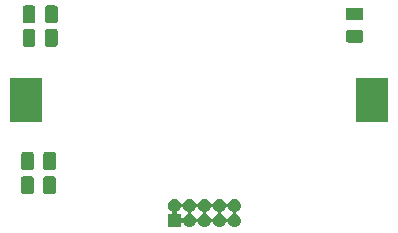
<source format=gbs>
G04 #@! TF.GenerationSoftware,KiCad,Pcbnew,5.0.2-bee76a0~70~ubuntu18.04.1*
G04 #@! TF.CreationDate,2020-01-17T08:49:31+02:00*
G04 #@! TF.ProjectId,nanoSense-Motion,4b656d65-742d-4424-9c45-2e6b69636164,rev?*
G04 #@! TF.SameCoordinates,Original*
G04 #@! TF.FileFunction,Soldermask,Bot*
G04 #@! TF.FilePolarity,Negative*
%FSLAX46Y46*%
G04 Gerber Fmt 4.6, Leading zero omitted, Abs format (unit mm)*
G04 Created by KiCad (PCBNEW 5.0.2-bee76a0~70~ubuntu18.04.1) date Fri 17 Jan 2020 08:49:31 AM EET*
%MOMM*%
%LPD*%
G01*
G04 APERTURE LIST*
%ADD10C,0.100000*%
G04 APERTURE END LIST*
D10*
G36*
X155068015Y-51966973D02*
X155171879Y-51998479D01*
X155267600Y-52049644D01*
X155351501Y-52118499D01*
X155420356Y-52202400D01*
X155471521Y-52298121D01*
X155475383Y-52310854D01*
X155484760Y-52333493D01*
X155498374Y-52353867D01*
X155515701Y-52371194D01*
X155536076Y-52384808D01*
X155558715Y-52394186D01*
X155582748Y-52398966D01*
X155607252Y-52398966D01*
X155631286Y-52394185D01*
X155653925Y-52384808D01*
X155674299Y-52371194D01*
X155691626Y-52353867D01*
X155705240Y-52333492D01*
X155714617Y-52310854D01*
X155718479Y-52298121D01*
X155769644Y-52202400D01*
X155838499Y-52118499D01*
X155922400Y-52049644D01*
X156018121Y-51998479D01*
X156121985Y-51966973D01*
X156202933Y-51959000D01*
X156257067Y-51959000D01*
X156338015Y-51966973D01*
X156441879Y-51998479D01*
X156537600Y-52049644D01*
X156621501Y-52118499D01*
X156690356Y-52202400D01*
X156741521Y-52298121D01*
X156745383Y-52310854D01*
X156754760Y-52333493D01*
X156768374Y-52353867D01*
X156785701Y-52371194D01*
X156806076Y-52384808D01*
X156828715Y-52394186D01*
X156852748Y-52398966D01*
X156877252Y-52398966D01*
X156901286Y-52394185D01*
X156923925Y-52384808D01*
X156944299Y-52371194D01*
X156961626Y-52353867D01*
X156975240Y-52333492D01*
X156984617Y-52310854D01*
X156988479Y-52298121D01*
X157039644Y-52202400D01*
X157108499Y-52118499D01*
X157192400Y-52049644D01*
X157288121Y-51998479D01*
X157391985Y-51966973D01*
X157472933Y-51959000D01*
X157527067Y-51959000D01*
X157608015Y-51966973D01*
X157711879Y-51998479D01*
X157807600Y-52049644D01*
X157891501Y-52118499D01*
X157960356Y-52202400D01*
X158011521Y-52298121D01*
X158015383Y-52310854D01*
X158024760Y-52333493D01*
X158038374Y-52353867D01*
X158055701Y-52371194D01*
X158076076Y-52384808D01*
X158098715Y-52394186D01*
X158122748Y-52398966D01*
X158147252Y-52398966D01*
X158171286Y-52394185D01*
X158193925Y-52384808D01*
X158214299Y-52371194D01*
X158231626Y-52353867D01*
X158245240Y-52333492D01*
X158254617Y-52310854D01*
X158258479Y-52298121D01*
X158309644Y-52202400D01*
X158378499Y-52118499D01*
X158462400Y-52049644D01*
X158558121Y-51998479D01*
X158661985Y-51966973D01*
X158742933Y-51959000D01*
X158797067Y-51959000D01*
X158878015Y-51966973D01*
X158981879Y-51998479D01*
X159077600Y-52049644D01*
X159161501Y-52118499D01*
X159230356Y-52202400D01*
X159281521Y-52298121D01*
X159285383Y-52310854D01*
X159294760Y-52333493D01*
X159308374Y-52353867D01*
X159325701Y-52371194D01*
X159346076Y-52384808D01*
X159368715Y-52394186D01*
X159392748Y-52398966D01*
X159417252Y-52398966D01*
X159441286Y-52394185D01*
X159463925Y-52384808D01*
X159484299Y-52371194D01*
X159501626Y-52353867D01*
X159515240Y-52333492D01*
X159524617Y-52310854D01*
X159528479Y-52298121D01*
X159579644Y-52202400D01*
X159648499Y-52118499D01*
X159732400Y-52049644D01*
X159828121Y-51998479D01*
X159931985Y-51966973D01*
X160012933Y-51959000D01*
X160067067Y-51959000D01*
X160148015Y-51966973D01*
X160251879Y-51998479D01*
X160347600Y-52049644D01*
X160431501Y-52118499D01*
X160500356Y-52202400D01*
X160551521Y-52298121D01*
X160583027Y-52401985D01*
X160593666Y-52510000D01*
X160583027Y-52618015D01*
X160551521Y-52721879D01*
X160500356Y-52817600D01*
X160431501Y-52901501D01*
X160347600Y-52970356D01*
X160251879Y-53021521D01*
X160239142Y-53025385D01*
X160216507Y-53034760D01*
X160196133Y-53048374D01*
X160178806Y-53065701D01*
X160165192Y-53086076D01*
X160155814Y-53108715D01*
X160151034Y-53132748D01*
X160151034Y-53157252D01*
X160155815Y-53181286D01*
X160165192Y-53203925D01*
X160178806Y-53224299D01*
X160196133Y-53241626D01*
X160216508Y-53255240D01*
X160239142Y-53264615D01*
X160251879Y-53268479D01*
X160347600Y-53319644D01*
X160431501Y-53388499D01*
X160500356Y-53472400D01*
X160551521Y-53568121D01*
X160583027Y-53671985D01*
X160593666Y-53780000D01*
X160583027Y-53888015D01*
X160551521Y-53991879D01*
X160500356Y-54087600D01*
X160431501Y-54171501D01*
X160347600Y-54240356D01*
X160251879Y-54291521D01*
X160148015Y-54323027D01*
X160067067Y-54331000D01*
X160012933Y-54331000D01*
X159931985Y-54323027D01*
X159828121Y-54291521D01*
X159732400Y-54240356D01*
X159648499Y-54171501D01*
X159579644Y-54087600D01*
X159528479Y-53991879D01*
X159524615Y-53979142D01*
X159515240Y-53956507D01*
X159501626Y-53936133D01*
X159484299Y-53918806D01*
X159463924Y-53905192D01*
X159441285Y-53895814D01*
X159417252Y-53891034D01*
X159392748Y-53891034D01*
X159368714Y-53895815D01*
X159346075Y-53905192D01*
X159325701Y-53918806D01*
X159308374Y-53936133D01*
X159294760Y-53956508D01*
X159285385Y-53979142D01*
X159281521Y-53991879D01*
X159230356Y-54087600D01*
X159161501Y-54171501D01*
X159077600Y-54240356D01*
X158981879Y-54291521D01*
X158878015Y-54323027D01*
X158797067Y-54331000D01*
X158742933Y-54331000D01*
X158661985Y-54323027D01*
X158558121Y-54291521D01*
X158462400Y-54240356D01*
X158378499Y-54171501D01*
X158309644Y-54087600D01*
X158258479Y-53991879D01*
X158254615Y-53979142D01*
X158245240Y-53956507D01*
X158231626Y-53936133D01*
X158214299Y-53918806D01*
X158193924Y-53905192D01*
X158171285Y-53895814D01*
X158147252Y-53891034D01*
X158122748Y-53891034D01*
X158098714Y-53895815D01*
X158076075Y-53905192D01*
X158055701Y-53918806D01*
X158038374Y-53936133D01*
X158024760Y-53956508D01*
X158015385Y-53979142D01*
X158011521Y-53991879D01*
X157960356Y-54087600D01*
X157891501Y-54171501D01*
X157807600Y-54240356D01*
X157711879Y-54291521D01*
X157608015Y-54323027D01*
X157527067Y-54331000D01*
X157472933Y-54331000D01*
X157391985Y-54323027D01*
X157288121Y-54291521D01*
X157192400Y-54240356D01*
X157108499Y-54171501D01*
X157039644Y-54087600D01*
X156988479Y-53991879D01*
X156984615Y-53979142D01*
X156975240Y-53956507D01*
X156961626Y-53936133D01*
X156944299Y-53918806D01*
X156923924Y-53905192D01*
X156901285Y-53895814D01*
X156877252Y-53891034D01*
X156852748Y-53891034D01*
X156828714Y-53895815D01*
X156806075Y-53905192D01*
X156785701Y-53918806D01*
X156768374Y-53936133D01*
X156754760Y-53956508D01*
X156745385Y-53979142D01*
X156741521Y-53991879D01*
X156690356Y-54087600D01*
X156621501Y-54171501D01*
X156537600Y-54240356D01*
X156441879Y-54291521D01*
X156338015Y-54323027D01*
X156257067Y-54331000D01*
X156202933Y-54331000D01*
X156121985Y-54323027D01*
X156018121Y-54291521D01*
X155922400Y-54240356D01*
X155838499Y-54171501D01*
X155769644Y-54087600D01*
X155746234Y-54043805D01*
X155732626Y-54023439D01*
X155715299Y-54006111D01*
X155694924Y-53992498D01*
X155672285Y-53983120D01*
X155648252Y-53978340D01*
X155623748Y-53978340D01*
X155599714Y-53983121D01*
X155577075Y-53992498D01*
X155556701Y-54006112D01*
X155539373Y-54023439D01*
X155525760Y-54043814D01*
X155516382Y-54066453D01*
X155511000Y-54102738D01*
X155511000Y-54331000D01*
X154409000Y-54331000D01*
X154409000Y-53229000D01*
X154637262Y-53229000D01*
X154661648Y-53226598D01*
X154685097Y-53219485D01*
X154706708Y-53207934D01*
X154725650Y-53192388D01*
X154741196Y-53173446D01*
X154752747Y-53151835D01*
X154759860Y-53128386D01*
X154762262Y-53104000D01*
X154761056Y-53091748D01*
X155158340Y-53091748D01*
X155158340Y-53116252D01*
X155163121Y-53140286D01*
X155172498Y-53162925D01*
X155186112Y-53183299D01*
X155203439Y-53200627D01*
X155223814Y-53214240D01*
X155246453Y-53223618D01*
X155282738Y-53229000D01*
X155511000Y-53229000D01*
X155511000Y-53457262D01*
X155513402Y-53481648D01*
X155520515Y-53505097D01*
X155532066Y-53526708D01*
X155547612Y-53545650D01*
X155566554Y-53561196D01*
X155588165Y-53572747D01*
X155611614Y-53579860D01*
X155636000Y-53582262D01*
X155660386Y-53579860D01*
X155683835Y-53572747D01*
X155705446Y-53561196D01*
X155724388Y-53545650D01*
X155746236Y-53516192D01*
X155769644Y-53472400D01*
X155838499Y-53388499D01*
X155922400Y-53319644D01*
X156018121Y-53268479D01*
X156030858Y-53264615D01*
X156053493Y-53255240D01*
X156073867Y-53241626D01*
X156091194Y-53224299D01*
X156104808Y-53203924D01*
X156114186Y-53181285D01*
X156118966Y-53157252D01*
X156118966Y-53132748D01*
X156341034Y-53132748D01*
X156341034Y-53157252D01*
X156345815Y-53181286D01*
X156355192Y-53203925D01*
X156368806Y-53224299D01*
X156386133Y-53241626D01*
X156406508Y-53255240D01*
X156429142Y-53264615D01*
X156441879Y-53268479D01*
X156537600Y-53319644D01*
X156621501Y-53388499D01*
X156690356Y-53472400D01*
X156741521Y-53568121D01*
X156745383Y-53580854D01*
X156754760Y-53603493D01*
X156768374Y-53623867D01*
X156785701Y-53641194D01*
X156806076Y-53654808D01*
X156828715Y-53664186D01*
X156852748Y-53668966D01*
X156877252Y-53668966D01*
X156901286Y-53664185D01*
X156923925Y-53654808D01*
X156944299Y-53641194D01*
X156961626Y-53623867D01*
X156975240Y-53603492D01*
X156984617Y-53580854D01*
X156988479Y-53568121D01*
X157039644Y-53472400D01*
X157108499Y-53388499D01*
X157192400Y-53319644D01*
X157288121Y-53268479D01*
X157300858Y-53264615D01*
X157323493Y-53255240D01*
X157343867Y-53241626D01*
X157361194Y-53224299D01*
X157374808Y-53203924D01*
X157384186Y-53181285D01*
X157388966Y-53157252D01*
X157388966Y-53132748D01*
X157611034Y-53132748D01*
X157611034Y-53157252D01*
X157615815Y-53181286D01*
X157625192Y-53203925D01*
X157638806Y-53224299D01*
X157656133Y-53241626D01*
X157676508Y-53255240D01*
X157699142Y-53264615D01*
X157711879Y-53268479D01*
X157807600Y-53319644D01*
X157891501Y-53388499D01*
X157960356Y-53472400D01*
X158011521Y-53568121D01*
X158015383Y-53580854D01*
X158024760Y-53603493D01*
X158038374Y-53623867D01*
X158055701Y-53641194D01*
X158076076Y-53654808D01*
X158098715Y-53664186D01*
X158122748Y-53668966D01*
X158147252Y-53668966D01*
X158171286Y-53664185D01*
X158193925Y-53654808D01*
X158214299Y-53641194D01*
X158231626Y-53623867D01*
X158245240Y-53603492D01*
X158254617Y-53580854D01*
X158258479Y-53568121D01*
X158309644Y-53472400D01*
X158378499Y-53388499D01*
X158462400Y-53319644D01*
X158558121Y-53268479D01*
X158570858Y-53264615D01*
X158593493Y-53255240D01*
X158613867Y-53241626D01*
X158631194Y-53224299D01*
X158644808Y-53203924D01*
X158654186Y-53181285D01*
X158658966Y-53157252D01*
X158658966Y-53132748D01*
X158881034Y-53132748D01*
X158881034Y-53157252D01*
X158885815Y-53181286D01*
X158895192Y-53203925D01*
X158908806Y-53224299D01*
X158926133Y-53241626D01*
X158946508Y-53255240D01*
X158969142Y-53264615D01*
X158981879Y-53268479D01*
X159077600Y-53319644D01*
X159161501Y-53388499D01*
X159230356Y-53472400D01*
X159281521Y-53568121D01*
X159285383Y-53580854D01*
X159294760Y-53603493D01*
X159308374Y-53623867D01*
X159325701Y-53641194D01*
X159346076Y-53654808D01*
X159368715Y-53664186D01*
X159392748Y-53668966D01*
X159417252Y-53668966D01*
X159441286Y-53664185D01*
X159463925Y-53654808D01*
X159484299Y-53641194D01*
X159501626Y-53623867D01*
X159515240Y-53603492D01*
X159524617Y-53580854D01*
X159528479Y-53568121D01*
X159579644Y-53472400D01*
X159648499Y-53388499D01*
X159732400Y-53319644D01*
X159828121Y-53268479D01*
X159840858Y-53264615D01*
X159863493Y-53255240D01*
X159883867Y-53241626D01*
X159901194Y-53224299D01*
X159914808Y-53203924D01*
X159924186Y-53181285D01*
X159928966Y-53157252D01*
X159928966Y-53132748D01*
X159924185Y-53108714D01*
X159914808Y-53086075D01*
X159901194Y-53065701D01*
X159883867Y-53048374D01*
X159863492Y-53034760D01*
X159840858Y-53025385D01*
X159828121Y-53021521D01*
X159732400Y-52970356D01*
X159648499Y-52901501D01*
X159579644Y-52817600D01*
X159528479Y-52721879D01*
X159524615Y-52709142D01*
X159515240Y-52686507D01*
X159501626Y-52666133D01*
X159484299Y-52648806D01*
X159463924Y-52635192D01*
X159441285Y-52625814D01*
X159417252Y-52621034D01*
X159392748Y-52621034D01*
X159368714Y-52625815D01*
X159346075Y-52635192D01*
X159325701Y-52648806D01*
X159308374Y-52666133D01*
X159294760Y-52686508D01*
X159285385Y-52709142D01*
X159281521Y-52721879D01*
X159230356Y-52817600D01*
X159161501Y-52901501D01*
X159077600Y-52970356D01*
X158981879Y-53021521D01*
X158969142Y-53025385D01*
X158946507Y-53034760D01*
X158926133Y-53048374D01*
X158908806Y-53065701D01*
X158895192Y-53086076D01*
X158885814Y-53108715D01*
X158881034Y-53132748D01*
X158658966Y-53132748D01*
X158654185Y-53108714D01*
X158644808Y-53086075D01*
X158631194Y-53065701D01*
X158613867Y-53048374D01*
X158593492Y-53034760D01*
X158570858Y-53025385D01*
X158558121Y-53021521D01*
X158462400Y-52970356D01*
X158378499Y-52901501D01*
X158309644Y-52817600D01*
X158258479Y-52721879D01*
X158254615Y-52709142D01*
X158245240Y-52686507D01*
X158231626Y-52666133D01*
X158214299Y-52648806D01*
X158193924Y-52635192D01*
X158171285Y-52625814D01*
X158147252Y-52621034D01*
X158122748Y-52621034D01*
X158098714Y-52625815D01*
X158076075Y-52635192D01*
X158055701Y-52648806D01*
X158038374Y-52666133D01*
X158024760Y-52686508D01*
X158015385Y-52709142D01*
X158011521Y-52721879D01*
X157960356Y-52817600D01*
X157891501Y-52901501D01*
X157807600Y-52970356D01*
X157711879Y-53021521D01*
X157699142Y-53025385D01*
X157676507Y-53034760D01*
X157656133Y-53048374D01*
X157638806Y-53065701D01*
X157625192Y-53086076D01*
X157615814Y-53108715D01*
X157611034Y-53132748D01*
X157388966Y-53132748D01*
X157384185Y-53108714D01*
X157374808Y-53086075D01*
X157361194Y-53065701D01*
X157343867Y-53048374D01*
X157323492Y-53034760D01*
X157300858Y-53025385D01*
X157288121Y-53021521D01*
X157192400Y-52970356D01*
X157108499Y-52901501D01*
X157039644Y-52817600D01*
X156988479Y-52721879D01*
X156984615Y-52709142D01*
X156975240Y-52686507D01*
X156961626Y-52666133D01*
X156944299Y-52648806D01*
X156923924Y-52635192D01*
X156901285Y-52625814D01*
X156877252Y-52621034D01*
X156852748Y-52621034D01*
X156828714Y-52625815D01*
X156806075Y-52635192D01*
X156785701Y-52648806D01*
X156768374Y-52666133D01*
X156754760Y-52686508D01*
X156745385Y-52709142D01*
X156741521Y-52721879D01*
X156690356Y-52817600D01*
X156621501Y-52901501D01*
X156537600Y-52970356D01*
X156441879Y-53021521D01*
X156429142Y-53025385D01*
X156406507Y-53034760D01*
X156386133Y-53048374D01*
X156368806Y-53065701D01*
X156355192Y-53086076D01*
X156345814Y-53108715D01*
X156341034Y-53132748D01*
X156118966Y-53132748D01*
X156114185Y-53108714D01*
X156104808Y-53086075D01*
X156091194Y-53065701D01*
X156073867Y-53048374D01*
X156053492Y-53034760D01*
X156030858Y-53025385D01*
X156018121Y-53021521D01*
X155922400Y-52970356D01*
X155838499Y-52901501D01*
X155769644Y-52817600D01*
X155718479Y-52721879D01*
X155714615Y-52709142D01*
X155705240Y-52686507D01*
X155691626Y-52666133D01*
X155674299Y-52648806D01*
X155653924Y-52635192D01*
X155631285Y-52625814D01*
X155607252Y-52621034D01*
X155582748Y-52621034D01*
X155558714Y-52625815D01*
X155536075Y-52635192D01*
X155515701Y-52648806D01*
X155498374Y-52666133D01*
X155484760Y-52686508D01*
X155475385Y-52709142D01*
X155471521Y-52721879D01*
X155420356Y-52817600D01*
X155351501Y-52901501D01*
X155267600Y-52970356D01*
X155223805Y-52993766D01*
X155203439Y-53007374D01*
X155186111Y-53024701D01*
X155172498Y-53045076D01*
X155163120Y-53067715D01*
X155158340Y-53091748D01*
X154761056Y-53091748D01*
X154759860Y-53079614D01*
X154752747Y-53056165D01*
X154741196Y-53034554D01*
X154725650Y-53015612D01*
X154696192Y-52993764D01*
X154652400Y-52970356D01*
X154568499Y-52901501D01*
X154499644Y-52817600D01*
X154448479Y-52721879D01*
X154416973Y-52618015D01*
X154406334Y-52510000D01*
X154416973Y-52401985D01*
X154448479Y-52298121D01*
X154499644Y-52202400D01*
X154568499Y-52118499D01*
X154652400Y-52049644D01*
X154748121Y-51998479D01*
X154851985Y-51966973D01*
X154932933Y-51959000D01*
X154987067Y-51959000D01*
X155068015Y-51966973D01*
X155068015Y-51966973D01*
G37*
G36*
X144759466Y-50053565D02*
X144798137Y-50065296D01*
X144833779Y-50084348D01*
X144865017Y-50109983D01*
X144890652Y-50141221D01*
X144909704Y-50176863D01*
X144921435Y-50215534D01*
X144926000Y-50261888D01*
X144926000Y-51338112D01*
X144921435Y-51384466D01*
X144909704Y-51423137D01*
X144890652Y-51458779D01*
X144865017Y-51490017D01*
X144833779Y-51515652D01*
X144798137Y-51534704D01*
X144759466Y-51546435D01*
X144713112Y-51551000D01*
X144061888Y-51551000D01*
X144015534Y-51546435D01*
X143976863Y-51534704D01*
X143941221Y-51515652D01*
X143909983Y-51490017D01*
X143884348Y-51458779D01*
X143865296Y-51423137D01*
X143853565Y-51384466D01*
X143849000Y-51338112D01*
X143849000Y-50261888D01*
X143853565Y-50215534D01*
X143865296Y-50176863D01*
X143884348Y-50141221D01*
X143909983Y-50109983D01*
X143941221Y-50084348D01*
X143976863Y-50065296D01*
X144015534Y-50053565D01*
X144061888Y-50049000D01*
X144713112Y-50049000D01*
X144759466Y-50053565D01*
X144759466Y-50053565D01*
G37*
G36*
X142884466Y-50053565D02*
X142923137Y-50065296D01*
X142958779Y-50084348D01*
X142990017Y-50109983D01*
X143015652Y-50141221D01*
X143034704Y-50176863D01*
X143046435Y-50215534D01*
X143051000Y-50261888D01*
X143051000Y-51338112D01*
X143046435Y-51384466D01*
X143034704Y-51423137D01*
X143015652Y-51458779D01*
X142990017Y-51490017D01*
X142958779Y-51515652D01*
X142923137Y-51534704D01*
X142884466Y-51546435D01*
X142838112Y-51551000D01*
X142186888Y-51551000D01*
X142140534Y-51546435D01*
X142101863Y-51534704D01*
X142066221Y-51515652D01*
X142034983Y-51490017D01*
X142009348Y-51458779D01*
X141990296Y-51423137D01*
X141978565Y-51384466D01*
X141974000Y-51338112D01*
X141974000Y-50261888D01*
X141978565Y-50215534D01*
X141990296Y-50176863D01*
X142009348Y-50141221D01*
X142034983Y-50109983D01*
X142066221Y-50084348D01*
X142101863Y-50065296D01*
X142140534Y-50053565D01*
X142186888Y-50049000D01*
X142838112Y-50049000D01*
X142884466Y-50053565D01*
X142884466Y-50053565D01*
G37*
G36*
X144768093Y-48002572D02*
X144806764Y-48014303D01*
X144842406Y-48033355D01*
X144873644Y-48058990D01*
X144899279Y-48090228D01*
X144918331Y-48125870D01*
X144930062Y-48164541D01*
X144934627Y-48210895D01*
X144934627Y-49287119D01*
X144930062Y-49333473D01*
X144918331Y-49372144D01*
X144899279Y-49407786D01*
X144873644Y-49439024D01*
X144842406Y-49464659D01*
X144806764Y-49483711D01*
X144768093Y-49495442D01*
X144721739Y-49500007D01*
X144070515Y-49500007D01*
X144024161Y-49495442D01*
X143985490Y-49483711D01*
X143949848Y-49464659D01*
X143918610Y-49439024D01*
X143892975Y-49407786D01*
X143873923Y-49372144D01*
X143862192Y-49333473D01*
X143857627Y-49287119D01*
X143857627Y-48210895D01*
X143862192Y-48164541D01*
X143873923Y-48125870D01*
X143892975Y-48090228D01*
X143918610Y-48058990D01*
X143949848Y-48033355D01*
X143985490Y-48014303D01*
X144024161Y-48002572D01*
X144070515Y-47998007D01*
X144721739Y-47998007D01*
X144768093Y-48002572D01*
X144768093Y-48002572D01*
G37*
G36*
X142893093Y-48002572D02*
X142931764Y-48014303D01*
X142967406Y-48033355D01*
X142998644Y-48058990D01*
X143024279Y-48090228D01*
X143043331Y-48125870D01*
X143055062Y-48164541D01*
X143059627Y-48210895D01*
X143059627Y-49287119D01*
X143055062Y-49333473D01*
X143043331Y-49372144D01*
X143024279Y-49407786D01*
X142998644Y-49439024D01*
X142967406Y-49464659D01*
X142931764Y-49483711D01*
X142893093Y-49495442D01*
X142846739Y-49500007D01*
X142195515Y-49500007D01*
X142149161Y-49495442D01*
X142110490Y-49483711D01*
X142074848Y-49464659D01*
X142043610Y-49439024D01*
X142017975Y-49407786D01*
X141998923Y-49372144D01*
X141987192Y-49333473D01*
X141982627Y-49287119D01*
X141982627Y-48210895D01*
X141987192Y-48164541D01*
X141998923Y-48125870D01*
X142017975Y-48090228D01*
X142043610Y-48058990D01*
X142074848Y-48033355D01*
X142110490Y-48014303D01*
X142149161Y-48002572D01*
X142195515Y-47998007D01*
X142846739Y-47998007D01*
X142893093Y-48002572D01*
X142893093Y-48002572D01*
G37*
G36*
X143751000Y-45426000D02*
X141049000Y-45426000D01*
X141049000Y-41724000D01*
X143751000Y-41724000D01*
X143751000Y-45426000D01*
X143751000Y-45426000D01*
G37*
G36*
X173051000Y-45426000D02*
X170349000Y-45426000D01*
X170349000Y-41724000D01*
X173051000Y-41724000D01*
X173051000Y-45426000D01*
X173051000Y-45426000D01*
G37*
G36*
X144909280Y-37577439D02*
X144947951Y-37589170D01*
X144983593Y-37608222D01*
X145014831Y-37633857D01*
X145040466Y-37665095D01*
X145059518Y-37700737D01*
X145071249Y-37739408D01*
X145075814Y-37785762D01*
X145075814Y-38861986D01*
X145071249Y-38908340D01*
X145059518Y-38947011D01*
X145040466Y-38982653D01*
X145014831Y-39013891D01*
X144983593Y-39039526D01*
X144947951Y-39058578D01*
X144909280Y-39070309D01*
X144862926Y-39074874D01*
X144211702Y-39074874D01*
X144165348Y-39070309D01*
X144126677Y-39058578D01*
X144091035Y-39039526D01*
X144059797Y-39013891D01*
X144034162Y-38982653D01*
X144015110Y-38947011D01*
X144003379Y-38908340D01*
X143998814Y-38861986D01*
X143998814Y-37785762D01*
X144003379Y-37739408D01*
X144015110Y-37700737D01*
X144034162Y-37665095D01*
X144059797Y-37633857D01*
X144091035Y-37608222D01*
X144126677Y-37589170D01*
X144165348Y-37577439D01*
X144211702Y-37572874D01*
X144862926Y-37572874D01*
X144909280Y-37577439D01*
X144909280Y-37577439D01*
G37*
G36*
X143034280Y-37577439D02*
X143072951Y-37589170D01*
X143108593Y-37608222D01*
X143139831Y-37633857D01*
X143165466Y-37665095D01*
X143184518Y-37700737D01*
X143196249Y-37739408D01*
X143200814Y-37785762D01*
X143200814Y-38861986D01*
X143196249Y-38908340D01*
X143184518Y-38947011D01*
X143165466Y-38982653D01*
X143139831Y-39013891D01*
X143108593Y-39039526D01*
X143072951Y-39058578D01*
X143034280Y-39070309D01*
X142987926Y-39074874D01*
X142336702Y-39074874D01*
X142290348Y-39070309D01*
X142251677Y-39058578D01*
X142216035Y-39039526D01*
X142184797Y-39013891D01*
X142159162Y-38982653D01*
X142140110Y-38947011D01*
X142128379Y-38908340D01*
X142123814Y-38861986D01*
X142123814Y-37785762D01*
X142128379Y-37739408D01*
X142140110Y-37700737D01*
X142159162Y-37665095D01*
X142184797Y-37633857D01*
X142216035Y-37608222D01*
X142251677Y-37589170D01*
X142290348Y-37577439D01*
X142336702Y-37572874D01*
X142987926Y-37572874D01*
X143034280Y-37577439D01*
X143034280Y-37577439D01*
G37*
G36*
X170804466Y-37653565D02*
X170843137Y-37665296D01*
X170878779Y-37684348D01*
X170910017Y-37709983D01*
X170935652Y-37741221D01*
X170954704Y-37776863D01*
X170966435Y-37815534D01*
X170971000Y-37861888D01*
X170971000Y-38513112D01*
X170966435Y-38559466D01*
X170954704Y-38598137D01*
X170935652Y-38633779D01*
X170910017Y-38665017D01*
X170878779Y-38690652D01*
X170843137Y-38709704D01*
X170804466Y-38721435D01*
X170758112Y-38726000D01*
X169681888Y-38726000D01*
X169635534Y-38721435D01*
X169596863Y-38709704D01*
X169561221Y-38690652D01*
X169529983Y-38665017D01*
X169504348Y-38633779D01*
X169485296Y-38598137D01*
X169473565Y-38559466D01*
X169469000Y-38513112D01*
X169469000Y-37861888D01*
X169473565Y-37815534D01*
X169485296Y-37776863D01*
X169504348Y-37741221D01*
X169529983Y-37709983D01*
X169561221Y-37684348D01*
X169596863Y-37665296D01*
X169635534Y-37653565D01*
X169681888Y-37649000D01*
X170758112Y-37649000D01*
X170804466Y-37653565D01*
X170804466Y-37653565D01*
G37*
G36*
X143034466Y-35593565D02*
X143073137Y-35605296D01*
X143108779Y-35624348D01*
X143140017Y-35649983D01*
X143165652Y-35681221D01*
X143184704Y-35716863D01*
X143196435Y-35755534D01*
X143201000Y-35801888D01*
X143201000Y-36878112D01*
X143196435Y-36924466D01*
X143184704Y-36963137D01*
X143165652Y-36998779D01*
X143140017Y-37030017D01*
X143108779Y-37055652D01*
X143073137Y-37074704D01*
X143034466Y-37086435D01*
X142988112Y-37091000D01*
X142336888Y-37091000D01*
X142290534Y-37086435D01*
X142251863Y-37074704D01*
X142216221Y-37055652D01*
X142184983Y-37030017D01*
X142159348Y-36998779D01*
X142140296Y-36963137D01*
X142128565Y-36924466D01*
X142124000Y-36878112D01*
X142124000Y-35801888D01*
X142128565Y-35755534D01*
X142140296Y-35716863D01*
X142159348Y-35681221D01*
X142184983Y-35649983D01*
X142216221Y-35624348D01*
X142251863Y-35605296D01*
X142290534Y-35593565D01*
X142336888Y-35589000D01*
X142988112Y-35589000D01*
X143034466Y-35593565D01*
X143034466Y-35593565D01*
G37*
G36*
X144909466Y-35593565D02*
X144948137Y-35605296D01*
X144983779Y-35624348D01*
X145015017Y-35649983D01*
X145040652Y-35681221D01*
X145059704Y-35716863D01*
X145071435Y-35755534D01*
X145076000Y-35801888D01*
X145076000Y-36878112D01*
X145071435Y-36924466D01*
X145059704Y-36963137D01*
X145040652Y-36998779D01*
X145015017Y-37030017D01*
X144983779Y-37055652D01*
X144948137Y-37074704D01*
X144909466Y-37086435D01*
X144863112Y-37091000D01*
X144211888Y-37091000D01*
X144165534Y-37086435D01*
X144126863Y-37074704D01*
X144091221Y-37055652D01*
X144059983Y-37030017D01*
X144034348Y-36998779D01*
X144015296Y-36963137D01*
X144003565Y-36924466D01*
X143999000Y-36878112D01*
X143999000Y-35801888D01*
X144003565Y-35755534D01*
X144015296Y-35716863D01*
X144034348Y-35681221D01*
X144059983Y-35649983D01*
X144091221Y-35624348D01*
X144126863Y-35605296D01*
X144165534Y-35593565D01*
X144211888Y-35589000D01*
X144863112Y-35589000D01*
X144909466Y-35593565D01*
X144909466Y-35593565D01*
G37*
G36*
X170804466Y-35778565D02*
X170843137Y-35790296D01*
X170878779Y-35809348D01*
X170910017Y-35834983D01*
X170935652Y-35866221D01*
X170954704Y-35901863D01*
X170966435Y-35940534D01*
X170971000Y-35986888D01*
X170971000Y-36638112D01*
X170966435Y-36684466D01*
X170954704Y-36723137D01*
X170935652Y-36758779D01*
X170910017Y-36790017D01*
X170878779Y-36815652D01*
X170843137Y-36834704D01*
X170804466Y-36846435D01*
X170758112Y-36851000D01*
X169681888Y-36851000D01*
X169635534Y-36846435D01*
X169596863Y-36834704D01*
X169561221Y-36815652D01*
X169529983Y-36790017D01*
X169504348Y-36758779D01*
X169485296Y-36723137D01*
X169473565Y-36684466D01*
X169469000Y-36638112D01*
X169469000Y-35986888D01*
X169473565Y-35940534D01*
X169485296Y-35901863D01*
X169504348Y-35866221D01*
X169529983Y-35834983D01*
X169561221Y-35809348D01*
X169596863Y-35790296D01*
X169635534Y-35778565D01*
X169681888Y-35774000D01*
X170758112Y-35774000D01*
X170804466Y-35778565D01*
X170804466Y-35778565D01*
G37*
M02*

</source>
